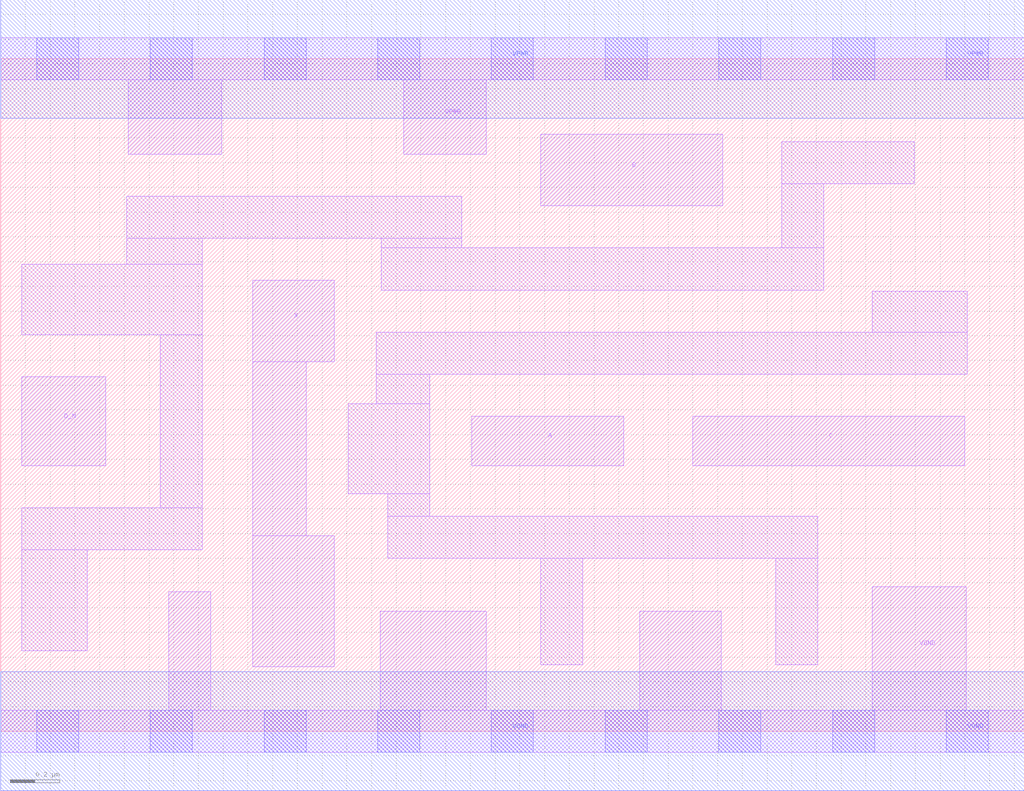
<source format=lef>
# Copyright 2020 The SkyWater PDK Authors
#
# Licensed under the Apache License, Version 2.0 (the "License");
# you may not use this file except in compliance with the License.
# You may obtain a copy of the License at
#
#     https://www.apache.org/licenses/LICENSE-2.0
#
# Unless required by applicable law or agreed to in writing, software
# distributed under the License is distributed on an "AS IS" BASIS,
# WITHOUT WARRANTIES OR CONDITIONS OF ANY KIND, either express or implied.
# See the License for the specific language governing permissions and
# limitations under the License.
#
# SPDX-License-Identifier: Apache-2.0

VERSION 5.7 ;
  NAMESCASESENSITIVE ON ;
  NOWIREEXTENSIONATPIN ON ;
  DIVIDERCHAR "/" ;
  BUSBITCHARS "[]" ;
UNITS
  DATABASE MICRONS 200 ;
END UNITS
PROPERTYDEFINITIONS
  MACRO maskLayoutSubType STRING ;
  MACRO prCellType STRING ;
  MACRO originalViewName STRING ;
END PROPERTYDEFINITIONS
MACRO sky130_fd_sc_hdll__or4b_2
  CLASS CORE ;
  FOREIGN sky130_fd_sc_hdll__or4b_2 ;
  ORIGIN  0.000000  0.000000 ;
  SIZE  4.140000 BY  2.720000 ;
  SYMMETRY X Y R90 ;
  SITE unithd ;
  PIN A
    ANTENNAGATEAREA  0.138600 ;
    DIRECTION INPUT ;
    USE SIGNAL ;
    PORT
      LAYER li1 ;
        RECT 1.905000 1.075000 2.520000 1.275000 ;
    END
  END A
  PIN B
    ANTENNAGATEAREA  0.138600 ;
    DIRECTION INPUT ;
    USE SIGNAL ;
    PORT
      LAYER li1 ;
        RECT 2.185000 2.125000 2.920000 2.415000 ;
    END
  END B
  PIN C
    ANTENNAGATEAREA  0.138600 ;
    DIRECTION INPUT ;
    USE SIGNAL ;
    PORT
      LAYER li1 ;
        RECT 2.800000 1.075000 3.900000 1.275000 ;
    END
  END C
  PIN D_N
    ANTENNAGATEAREA  0.138600 ;
    DIRECTION INPUT ;
    USE SIGNAL ;
    PORT
      LAYER li1 ;
        RECT 0.085000 1.075000 0.425000 1.435000 ;
    END
  END D_N
  PIN VGND
    ANTENNADIFFAREA  0.677100 ;
    DIRECTION INOUT ;
    USE SIGNAL ;
    PORT
      LAYER li1 ;
        RECT 0.000000 -0.085000 4.140000 0.085000 ;
        RECT 0.680000  0.085000 0.850000 0.565000 ;
        RECT 1.535000  0.085000 1.965000 0.485000 ;
        RECT 2.585000  0.085000 2.915000 0.485000 ;
        RECT 3.525000  0.085000 3.905000 0.585000 ;
      LAYER mcon ;
        RECT 0.145000 -0.085000 0.315000 0.085000 ;
        RECT 0.605000 -0.085000 0.775000 0.085000 ;
        RECT 1.065000 -0.085000 1.235000 0.085000 ;
        RECT 1.525000 -0.085000 1.695000 0.085000 ;
        RECT 1.985000 -0.085000 2.155000 0.085000 ;
        RECT 2.445000 -0.085000 2.615000 0.085000 ;
        RECT 2.905000 -0.085000 3.075000 0.085000 ;
        RECT 3.365000 -0.085000 3.535000 0.085000 ;
        RECT 3.825000 -0.085000 3.995000 0.085000 ;
      LAYER met1 ;
        RECT 0.000000 -0.240000 4.140000 0.240000 ;
    END
  END VGND
  PIN VPWR
    ANTENNADIFFAREA  0.722700 ;
    DIRECTION INOUT ;
    USE SIGNAL ;
    PORT
      LAYER li1 ;
        RECT 0.000000 2.635000 4.140000 2.805000 ;
        RECT 0.515000 2.335000 0.895000 2.635000 ;
        RECT 1.630000 2.335000 1.965000 2.635000 ;
      LAYER mcon ;
        RECT 0.145000 2.635000 0.315000 2.805000 ;
        RECT 0.605000 2.635000 0.775000 2.805000 ;
        RECT 1.065000 2.635000 1.235000 2.805000 ;
        RECT 1.525000 2.635000 1.695000 2.805000 ;
        RECT 1.985000 2.635000 2.155000 2.805000 ;
        RECT 2.445000 2.635000 2.615000 2.805000 ;
        RECT 2.905000 2.635000 3.075000 2.805000 ;
        RECT 3.365000 2.635000 3.535000 2.805000 ;
        RECT 3.825000 2.635000 3.995000 2.805000 ;
      LAYER met1 ;
        RECT 0.000000 2.480000 4.140000 2.960000 ;
    END
  END VPWR
  PIN X
    ANTENNADIFFAREA  0.498000 ;
    DIRECTION OUTPUT ;
    USE SIGNAL ;
    PORT
      LAYER li1 ;
        RECT 1.020000 0.260000 1.350000 0.790000 ;
        RECT 1.020000 0.790000 1.235000 1.495000 ;
        RECT 1.020000 1.495000 1.350000 1.825000 ;
    END
  END X
  OBS
    LAYER li1 ;
      RECT 0.085000 0.325000 0.350000 0.735000 ;
      RECT 0.085000 0.735000 0.815000 0.905000 ;
      RECT 0.085000 1.605000 0.815000 1.890000 ;
      RECT 0.510000 1.890000 0.815000 1.995000 ;
      RECT 0.510000 1.995000 1.865000 2.165000 ;
      RECT 0.645000 0.905000 0.815000 1.605000 ;
      RECT 1.405000 0.960000 1.735000 1.325000 ;
      RECT 1.520000 1.325000 1.735000 1.445000 ;
      RECT 1.520000 1.445000 3.910000 1.615000 ;
      RECT 1.540000 1.785000 3.330000 1.955000 ;
      RECT 1.540000 1.955000 1.865000 1.995000 ;
      RECT 1.565000 0.700000 3.305000 0.870000 ;
      RECT 1.565000 0.870000 1.735000 0.960000 ;
      RECT 2.185000 0.270000 2.355000 0.700000 ;
      RECT 3.135000 0.270000 3.305000 0.700000 ;
      RECT 3.160000 1.955000 3.330000 2.215000 ;
      RECT 3.160000 2.215000 3.695000 2.385000 ;
      RECT 3.525000 1.615000 3.910000 1.780000 ;
  END
  PROPERTY maskLayoutSubType "abstract" ;
  PROPERTY prCellType "standard" ;
  PROPERTY originalViewName "layout" ;
END sky130_fd_sc_hdll__or4b_2

</source>
